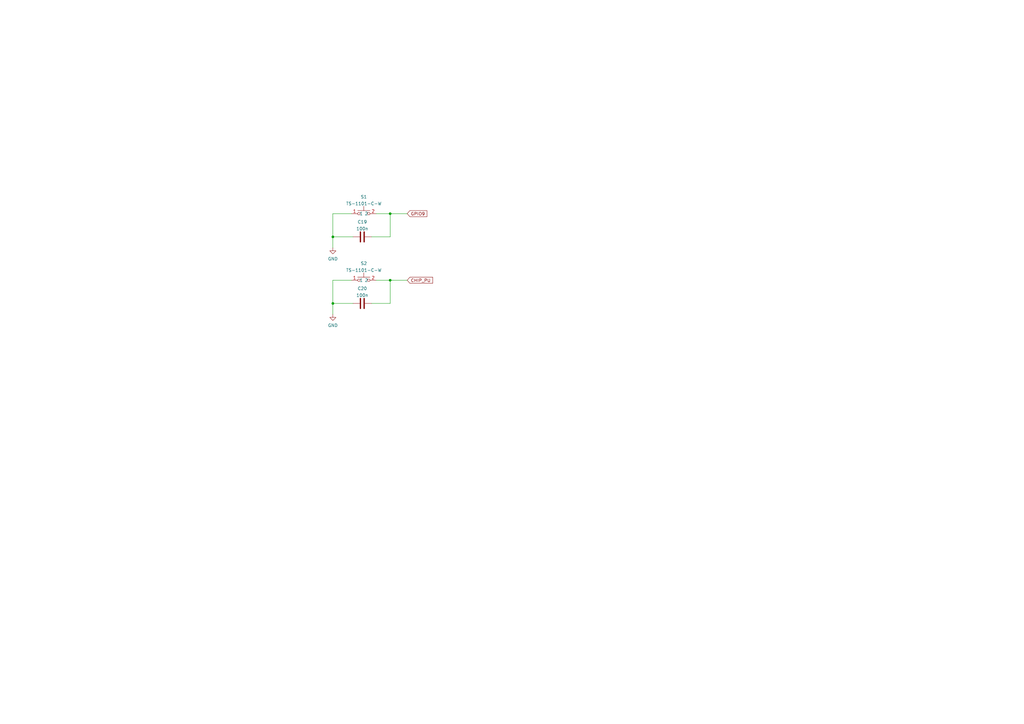
<source format=kicad_sch>
(kicad_sch (version 20211123) (generator eeschema)
  (paper "A3")
  (lib_symbols
    (symbol "Button_JLC:TS-1101-C-W" (pin_names (offset 0.762))
      (property "Reference" "S" (at 19.05 7.62 0))
      (property "Value" "TS-1101-C-W" (at 19.05 5.08 0))
      (symbol "TS-1101-C-W_0_1"
        (polyline (pts (xy 8.89 3.175) (xy 8.89 4.953)))
        (polyline (pts (xy 11.43 3.175) (xy 6.35 3.175)))
        (circle (center 6.858 1.905) (radius 0.508))
        (circle (center 10.922 1.905) (radius 0.508))
        (pin passive line (at 3.81 1.905 0) (length 2.54) (name "1") (number "1"))
        (pin passive line (at 13.97 1.905 180) (length 2.54) (name "2") (number "2"))
      )
    )
    (symbol "Capacitor_JLC:100n" (pin_numbers hide) (pin_names (offset 0.254))
      (property "Reference" "C" (at 0.635 2.54 0))
      (property "Value" "100n" (at 0.635 -2.54 0))
      (symbol "100n_0_1"
        (polyline (pts (xy -2.032 -0.762) (xy 2.032 -0.762)) (stroke (width 0.508)))
        (polyline (pts (xy -2.032 0.762) (xy 2.032 0.762)) (stroke (width 0.508)))
      )
      (symbol "100n_1_1"
        (pin passive line (at 0 3.81 270) (length 2.794) (name "~") (number "1"))
        (pin passive line (at 0 -3.81 90) (length 2.794) (name "~") (number "2"))
      )
    )
    (symbol "power:GND" (power) (pin_names (offset 0))
      (property "Value" "GND" (at 0 -3.81 0))
      (symbol "GND_0_1"
        (polyline (pts (xy 0 0) (xy 0 -1.27) (xy 1.27 -1.27) (xy 0 -2.54) (xy -1.27 -1.27) (xy 0 -1.27)))
      )
      (symbol "GND_1_1"
        (pin power_in line (at 0 0 270) (length 0) hide (name "GND") (number "1"))
      )
    )
  )
  (junction (at 136.525 124.46))
  (junction (at 160.02 87.63))
  (junction (at 160.02 114.935))
  (junction (at 136.525 97.155))
  (wire (pts (xy 136.525 87.63) (xy 136.525 97.155)))
  (wire (pts (xy 154.305 87.63) (xy 160.02 87.63)))
  (wire (pts (xy 160.02 97.155) (xy 152.4 97.155)))
  (wire (pts (xy 136.525 114.935) (xy 136.525 124.46)))
  (wire (pts (xy 136.525 124.46) (xy 136.525 128.905)))
  (wire (pts (xy 136.525 124.46) (xy 144.78 124.46)))
  (wire (pts (xy 144.145 87.63) (xy 136.525 87.63)))
  (wire (pts (xy 160.02 124.46) (xy 152.4 124.46)))
  (wire (pts (xy 136.525 97.155) (xy 144.78 97.155)))
  (wire (pts (xy 136.525 97.155) (xy 136.525 101.6)))
  (wire (pts (xy 160.02 87.63) (xy 167.005 87.63)))
  (wire (pts (xy 144.145 114.935) (xy 136.525 114.935)))
  (wire (pts (xy 160.02 114.935) (xy 167.005 114.935)))
  (wire (pts (xy 160.02 114.935) (xy 160.02 124.46)))
  (wire (pts (xy 154.305 114.935) (xy 160.02 114.935)))
  (wire (pts (xy 160.02 87.63) (xy 160.02 97.155)))
  (global_label "CHIP_PU" (shape input) (at 167.005 114.935 0) (property "Intersheet References" "${INTERSHEET_REFS}" (effects hide)))
  (global_label "GPIO9" (shape input) (at 167.005 87.63 0) (property "Intersheet References" "${INTERSHEET_REFS}" (effects hide)))
  (symbol (lib_id "Capacitor_JLC:100n") (at 148.59 124.46 90) (unit 1)
    (property "Reference" "C20" (at 148.59 118.3345 90))
    (property "Value" "100n" (at 148.59 121.1096 90))
    (property "Footprint" "Capacitor_SMD:C_0402_1005Metric" (effects hide))
    (property "Type" "X7R" (effects hide))
    (property "LCSC" "C307331" (effects hide))
  )
  (symbol (lib_id "power:GND") (at 136.525 101.6 0) (unit 1)
    (property "Reference" "#PWR0147" (effects hide))
    (property "Value" "GND" (at 136.525 106.1625 0))
  )
  (symbol (lib_id "power:GND") (at 136.525 128.905 0) (unit 1)
    (property "Reference" "#PWR0148" (effects hide))
    (property "Value" "GND" (at 136.525 133.4675 0))
  )
  (symbol (lib_id "Capacitor_JLC:100n") (at 148.59 97.155 90) (unit 1)
    (property "Reference" "C19" (at 148.59 91.0295 90))
    (property "Value" "100n" (at 148.59 93.8046 90))
    (property "Footprint" "Capacitor_SMD:C_0402_1005Metric" (effects hide))
    (property "Type" "X7R" (effects hide))
    (property "LCSC" "C307331" (effects hide))
  )
  (symbol (lib_id "Button_JLC:TS-1101-C-W") (at 140.335 89.535 0) (unit 1)
    (property "Reference" "S1" (at 149.225 80.7425 0))
    (property "Value" "TS-1101-C-W" (at 149.225 83.5176 0))
    (property "Footprint" "TS1101CW" (effects hide))
    (property "Datasheet" "http://www.helloxkb.com/public/images/pdf/TS-1101-C-W-.pdf" (effects hide))
    (property "Description" "Tactile Switches SPST 6.00mm x 3.60mm 0.60mm 50mA @ 12VDC SMD RoHS" (effects hide))
    (property "Height" "2.6" (effects hide))
    (property "Manufacturer_Name" "XKB Connectivity" (effects hide))
    (property "Manufacturer_Part_Number" "TS-1101-C-W" (effects hide))
    (property "LCSC" "C318938" (effects hide))
  )
  (symbol (lib_id "Button_JLC:TS-1101-C-W") (at 140.335 116.84 0) (unit 1)
    (property "Reference" "S2" (at 149.225 108.0475 0))
    (property "Value" "TS-1101-C-W" (at 149.225 110.8226 0))
    (property "Footprint" "TS1101CW" (effects hide))
    (property "Datasheet" "http://www.helloxkb.com/public/images/pdf/TS-1101-C-W-.pdf" (effects hide))
    (property "Description" "Tactile Switches SPST 6.00mm x 3.60mm 0.60mm 50mA @ 12VDC SMD RoHS" (effects hide))
    (property "Height" "2.6" (effects hide))
    (property "Manufacturer_Name" "XKB Connectivity" (effects hide))
    (property "Manufacturer_Part_Number" "TS-1101-C-W" (effects hide))
    (property "LCSC" "C318938" (effects hide))
  )
)
</source>
